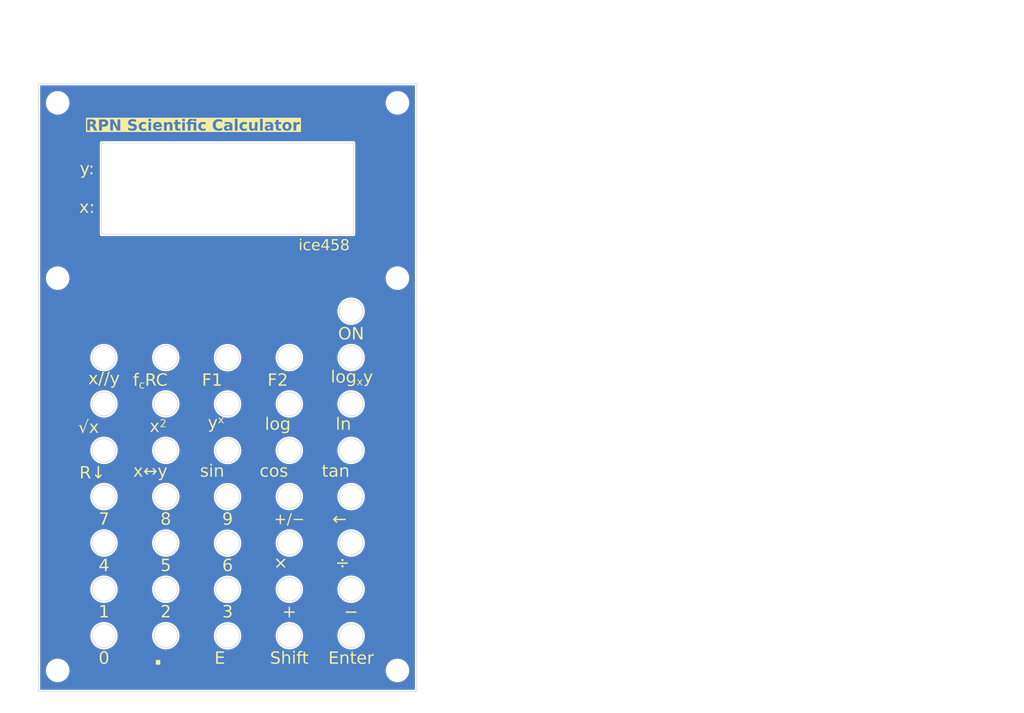
<source format=kicad_pcb>
(kicad_pcb (version 20240108) (generator "pcbnew") (generator_version "8.0")
  (layers (0 "F.Cu" signal) (31 "B.Cu" signal) (34 "B.Paste" user) (35 "F.Paste" user) (36 "B.SilkS" user "B.Silkscreen") (37 "F.SilkS" user "F.Silkscreen") (38 "B.Mask" user) (39 "F.Mask" user) (44 "Edge.Cuts" user))
  (net 0 "")
  (footprint "MountingHole:MountingHole_3.2mm_M3" (layer "F.Cu") (at 181.61 41.91)
    (property "Reference" "REF4" (hide yes))
    (property "Value" "MountingHole_3.2mm_M3")
    (pad "" np_thru_hole circle (at 0 0) (size 3.2 3.2) (drill 3.2) (layers "F&B.Cu" "*.Mask"))
  )
  (footprint "MountingHole:MountingHole_3.2mm_M3" (layer "F.Cu") (at 181.61 70.739)
    (property "Reference" "REF5" (hide yes))
    (property "Value" "MountingHole_3.2mm_M3")
    (pad "" np_thru_hole circle (at 0 0) (size 3.2 3.2) (drill 3.2) (layers "F&B.Cu" "*.Mask"))
  )
  (footprint "MountingHole:MountingHole_3.2mm_M3" (layer "F.Cu") (at 125.73 135.255)
    (property "Reference" "REF3" (hide yes))
    (property "Value" "MountingHole_3.2mm_M3")
    (pad "" np_thru_hole circle (at 0 0) (size 3.2 3.2) (drill 3.2) (layers "F&B.Cu" "*.Mask"))
  )
  (footprint "MountingHole:MountingHole_3.2mm_M3" (layer "F.Cu") (at 125.73 41.91)
    (property "Reference" "REF1" (hide yes))
    (property "Value" "MountingHole_3.2mm_M3")
    (pad "" np_thru_hole circle (at 0 0) (size 3.2 3.2) (drill 3.2) (layers "F&B.Cu" "*.Mask"))
  )
  (footprint "" (layer "F.Cu") (at 181.61 70.739)
    (property "Reference" "" (at 0 0 0) (layer "F.SilkS") (effects (font (size 1.27 1.27))))
    (property "Value" "")
    (pad "" np_thru_hole circle (at 0 0) (size 3.2 3.2) (drill 3.2) (layers "F&B.Cu" "*.Mask"))
  )
  (footprint "MountingHole:MountingHole_3.2mm_M3" (layer "F.Cu") (at 125.73 70.739)
    (property "Reference" "REF2" (hide yes))
    (property "Value" "MountingHole_3.2mm_M3")
    (pad "" np_thru_hole circle (at 0 0) (size 3.2 3.2) (drill 3.2) (layers "F&B.Cu" "*.Mask"))
  )
  (footprint "MountingHole:MountingHole_3.2mm_M3" (layer "F.Cu") (at 181.61 135.255)
    (property "Reference" "REF6" (hide yes))
    (property "Value" "MountingHole_3.2mm_M3")
    (pad "" np_thru_hole circle (at 0 0) (size 3.2 3.2) (drill 3.2) (layers "F&B.Cu" "*.Mask"))
  )
  (gr_circle (center 173.99 83.797502) (end 175.94 83.797502) (stroke (width 0.1)) (fill none) (layer "Edge.Cuts"))
  (gr_circle (center 143.51 99.06) (end 145.46 99.06) (stroke (width 0.1)) (fill none) (layer "Edge.Cuts"))
  (gr_circle (center 153.67 83.82) (end 155.62 83.82) (stroke (width 0.1)) (fill none) (layer "Edge.Cuts"))
  (gr_circle (center 143.51 121.897502) (end 145.46 121.897502) (stroke (width 0.1)) (fill none) (layer "Edge.Cuts"))
  (gr_circle (center 133.35 83.797502) (end 135.3 83.797502) (stroke (width 0.1)) (fill none) (layer "Edge.Cuts"))
  (gr_circle (center 153.67 106.68) (end 155.62 106.68) (stroke (width 0.1)) (fill none) (layer "Edge.Cuts"))
  (gr_circle (center 143.51 83.797502) (end 145.46 83.797502) (stroke (width 0.1)) (fill none) (layer "Edge.Cuts"))
  (gr_circle (center 143.51 129.54) (end 145.46 129.54) (stroke (width 0.1)) (fill none) (layer "Edge.Cuts"))
  (gr_rect (start 132.969 48.514) (end 174.369 63.514) (stroke (width 0.1)) (fill none) (layer "Edge.Cuts"))
  (gr_circle (center 163.83 99.06) (end 165.78 99.06) (stroke (width 0.1)) (fill none) (layer "Edge.Cuts"))
  (gr_circle (center 173.99 106.657502) (end 175.94 106.657502) (stroke (width 0.1)) (fill none) (layer "Edge.Cuts"))
  (gr_circle (center 133.35 121.897502) (end 135.3 121.897502) (stroke (width 0.1)) (fill none) (layer "Edge.Cuts"))
  (gr_circle (center 173.99 129.54) (end 175.94 129.54) (stroke (width 0.1)) (fill none) (layer "Edge.Cuts"))
  (gr_circle (center 163.83 91.417502) (end 165.78 91.417502) (stroke (width 0.1)) (fill none) (layer "Edge.Cuts"))
  (gr_circle (center 153.67 114.322498) (end 155.62 114.322498) (stroke (width 0.1)) (fill none) (layer "Edge.Cuts"))
  (gr_circle (center 173.99 121.897502) (end 175.94 121.897502) (stroke (width 0.1)) (fill none) (layer "Edge.Cuts"))
  (gr_circle (center 133.35 99.06) (end 135.3 99.06) (stroke (width 0.1)) (fill none) (layer "Edge.Cuts"))
  (gr_circle (center 143.51 114.3) (end 145.46 114.3) (stroke (width 0.1)) (fill none) (layer "Edge.Cuts"))
  (gr_circle (center 173.99 76.177502) (end 175.94 76.177502) (stroke (width 0.1)) (fill none) (layer "Edge.Cuts"))
  (gr_circle (center 143.51 91.417502) (end 145.46 91.417502) (stroke (width 0.1)) (fill none) (layer "Edge.Cuts"))
  (gr_circle (center 153.67 91.44) (end 155.62 91.44) (stroke (width 0.1)) (fill none) (layer "Edge.Cuts"))
  (gr_circle (center 173.99 114.3) (end 175.94 114.3) (stroke (width 0.1)) (fill none) (layer "Edge.Cuts"))
  (gr_circle (center 143.51 106.657502) (end 145.46 106.657502) (stroke (width 0.1)) (fill none) (layer "Edge.Cuts"))
  (gr_circle (center 133.35 106.657502) (end 135.3 106.657502) (stroke (width 0.1)) (fill none) (layer "Edge.Cuts"))
  (gr_circle (center 163.83 114.3) (end 165.78 114.3) (stroke (width 0.1)) (fill none) (layer "Edge.Cuts"))
  (gr_circle (center 163.83 83.797502) (end 165.78 83.797502) (stroke (width 0.1)) (fill none) (layer "Edge.Cuts"))
  (gr_circle (center 133.35 91.417502) (end 135.3 91.417502) (stroke (width 0.1)) (fill none) (layer "Edge.Cuts"))
  (gr_circle (center 153.67 129.562498) (end 155.62 129.562498) (stroke (width 0.1)) (fill none) (layer "Edge.Cuts"))
  (gr_circle (center 163.83 121.897502) (end 165.78 121.897502) (stroke (width 0.1)) (fill none) (layer "Edge.Cuts"))
  (gr_circle (center 163.83 129.54) (end 165.78 129.54) (stroke (width 0.1)) (fill none) (layer "Edge.Cuts"))
  (gr_circle (center 153.67 121.92) (end 155.62 121.92) (stroke (width 0.1)) (fill none) (layer "Edge.Cuts"))
  (gr_circle (center 173.99 99.06) (end 175.94 99.06) (stroke (width 0.1)) (fill none) (layer "Edge.Cuts"))
  (gr_circle (center 133.35 114.3) (end 135.3 114.3) (stroke (width 0.1)) (fill none) (layer "Edge.Cuts"))
  (gr_rect (start 122.555 38.735) (end 184.785 138.735) (stroke (width 0.1)) (fill none) (layer "Edge.Cuts"))
  (gr_circle (center 133.35 129.54) (end 135.3 129.54) (stroke (width 0.1)) (fill none) (layer "Edge.Cuts"))
  (gr_circle (center 173.99 91.417502) (end 175.94 91.417502) (stroke (width 0.1)) (fill none) (layer "Edge.Cuts"))
  (gr_circle (center 163.83 106.657502) (end 165.78 106.657502) (stroke (width 0.1)) (fill none) (layer "Edge.Cuts"))
  (gr_circle (center 153.67 99.082498) (end 155.62 99.082498) (stroke (width 0.1)) (fill none) (layer "Edge.Cuts"))
  (gr_text "x^{-1}" (at 175.7426 117.6528 0) (layer "F.Cu") (effects (font (size 2 2))))
  (gr_text "R↑" (at 135.255 102.847502 0) (layer "F.Cu") (effects (font (size 2 2))))
  (gr_text "cos^{-1}" (at 166.37 102.5652 0) (layer "F.Cu") (effects (font (size 2 2))))
  (gr_text "Mode" (at 156.21 87.607502 0) (layer "F.Cu") (effects (font (size 2 2))))
  (gr_text "e" (at 144.78 133.327502 0) (layer "F.Cu") (effects (font (size 2 2))))
  (gr_text "sin^{-1}" (at 156.21 102.5652 0) (layer "F.Cu") (effects (font (size 2 2))))
  (gr_text "OFF" (at 176.53 110.467502 0) (layer "F.Cu") (effects (font (size 2 2))))
  (gr_text "π" (at 154.94 133.327502 0) (layer "F.Cu") (effects (font (size 2 2))))
  (gr_text "10" (at 165.735 94.8436 0) (layer "F.Cu") (effects (font (size 2 2))))
  (gr_text "f_{c}LC" (at 146.05 87.607502 0) (layer "F.Cu") (effects (font (size 2 2))))
  (gr_text "^{x}√y" (at 155.575 95.227502 0) (layer "F.Cu") (effects (font (size 2 2))))
  (gr_text "e^{x}" (at 175.895 94.8436 0) (layer "F.Cu") (effects (font (size 2 2))))
  (gr_text "x!" (at 165.5826 117.6528 0) (layer "F.Cu") (effects (font (size 2 2))))
  (gr_text "x" (at 167.767 93.5736 0) (layer "F.Cu") (effects (font (size 1.8 1.8))))
  (gr_text "Last" (at 146.05 102.8192 0) (layer "F.Cu") (effects (font (size 1.8 1.8))))
  (gr_text "^{3}√x" (at 135.255 95.3516 0) (layer "F.Cu") (effects (font (size 2 2))))
  (gr_text "x^{3}" (at 145.415 95.227502 0) (layer "F.Cu") (effects (font (size 2 2))))
  (gr_text "tan^{-1}" (at 176.53 102.5652 0) (layer "F.Cu") (effects (font (size 2 2))))
  (gr_text "Disp" (at 166.37 87.607502 0) (layer "F.Cu") (effects (font (size 2 2))))
  (gr_text "5" (at 143.51 118.087502 0) (layer "F.SilkS") (effects (font (size 2 2))))
  (gr_text "←" (at 172.085 110.467502 0) (layer "F.SilkS") (effects (font (size 2 2))))
  (gr_text "f_{c}RC" (at 140.97 87.607502 0) (layer "F.SilkS") (effects (font (size 2 2))))
  (gr_text "÷" (at 172.5676 117.6528 0) (layer "F.SilkS") (effects (font (size 2 2))))
  (gr_text "0" (at 133.35 133.327502 0) (layer "F.SilkS") (effects (font (size 2 2))))
  (gr_text "x↔y" (at 140.97 102.5652 0) (layer "F.SilkS") (effects (font (size 2 2))))
  (gr_text "log" (at 161.925 94.8436 0) (layer "F.SilkS") (effects (font (size 2 2))))
  (gr_text "y^{x}" (at 151.765 94.592502 0) (layer "F.SilkS") (effects (font (size 2 2))))
  (gr_text "4" (at 133.35 118.087502 0) (layer "F.SilkS") (effects (font (size 2 2))))
  (gr_text "x^{2}" (at 142.24 95.227502 0) (layer "F.SilkS") (effects (font (size 2 2))))
  (gr_text "6" (at 153.67 118.087502 0) (layer "F.SilkS") (effects (font (size 2 2))))
  (gr_text "." (at 142.24 133.073502 0) (layer "F.SilkS") (effects (font (size 3 3) (thickness 0.4) (bold yes))))
  (gr_text "ice458" (at 169.545 65.405 0) (layer "F.SilkS") (effects (font (size 1.8 1.8) (thickness 0.1875))))
  (gr_text "ON" (at 173.99 79.987502 0) (layer "F.SilkS") (effects (font (size 2 2))))
  (gr_text "3" (at 153.67 125.707502 0) (layer "F.SilkS") (effects (font (size 2 2))))
  (gr_text "+" (at 163.83 125.707502 0) (layer "F.SilkS") (effects (font (size 2 2))))
  (gr_text "1" (at 133.35 125.707502 0) (layer "F.SilkS") (effects (font (size 2 2))))
  (gr_text "log_{x}y" (at 174.117 87.099502 0) (layer "F.SilkS") (effects (font (size 2 2))))
  (gr_text "x//y" (at 133.35 87.353502 0) (layer "F.SilkS") (effects (font (size 2 2))))
  (gr_text "sin" (at 151.13 102.5652 0) (layer "F.SilkS") (effects (font (size 2 2))))
  (gr_text "RPN Scientific Calculator" (at 147.955 45.72 0) (layer "F.SilkS" knockout) (effects (font (size 1.8 1.8) (thickness 0.3) (bold yes) (italic yes))))
  (gr_text "ln" (at 172.72 94.8436 0) (layer "F.SilkS") (effects (font (size 2 2))))
  (gr_text "F1" (at 151.13 87.607502 0) (layer "F.SilkS") (effects (font (size 2 2))))
  (gr_text "E" (at 152.4 133.327502 0) (layer "F.SilkS") (effects (font (size 2 2))))
  (gr_text "√x" (at 130.81 95.3516 0) (layer "F.SilkS") (effects (font (size 2 2))))
  (gr_text "cos" (at 161.29 102.5652 0) (layer "F.SilkS") (effects (font (size 2 2))))
  (gr_text "tan" (at 171.45 102.5652 0) (layer "F.SilkS") (effects (font (size 2 2))))
  (gr_text "×" (at 162.4076 117.6528 0) (layer "F.SilkS") (effects (font (size 2 2))))
  (gr_text "Enter" (at 173.99 133.327502 0) (layer "F.SilkS") (effects (font (size 2 2))))
  (gr_text "7" (at 133.35 110.467502 0) (layer "F.SilkS") (effects (font (size 2 2))))
  (gr_text "2" (at 143.51 125.707502 0) (layer "F.SilkS") (effects (font (size 2 2))))
  (gr_text "y:" (at 130.556 52.832 0) (layer "F.SilkS") (effects (font (size 2 2))))
  (gr_text "−" (at 173.99 125.707502 0) (layer "F.SilkS") (effects (font (size 2 2))))
  (gr_text "R↓" (at 131.445 102.847502 0) (layer "F.SilkS") (effects (font (size 2 2))))
  (gr_text "9" (at 153.67 110.467502 0) (layer "F.SilkS") (effects (font (size 2 2))))
  (gr_text "8" (at 143.51 110.467502 0) (layer "F.SilkS") (effects (font (size 2 2))))
  (gr_text "+/−" (at 163.83 110.467502 0) (layer "F.SilkS") (effects (font (size 1.8 1.8))))
  (gr_text "Shift" (at 163.83 133.327502 0) (layer "F.SilkS") (effects (font (size 2 2))))
  (gr_text "x:" (at 130.556 59.182 0) (layer "F.SilkS") (effects (font (size 2 2))))
  (gr_text "F2" (at 161.925 87.607502 0) (layer "F.SilkS") (effects (font (size 2 2))))
  (zone (net 0) (net_name "") (layer "B.Cu") (connect_pads yes (clearance 0)) (min_thickness 0.25) (fill yes (thermal_gap 0.5) (thermal_bridge_width 0.5) (island_removal_mode 1) (island_area_min 10))
    (polygon (pts (xy 119.38 35.56) (xy 187.96 35.56) (xy 187.96 142.24) (xy 119.38 142.24)))
  )
)
</source>
